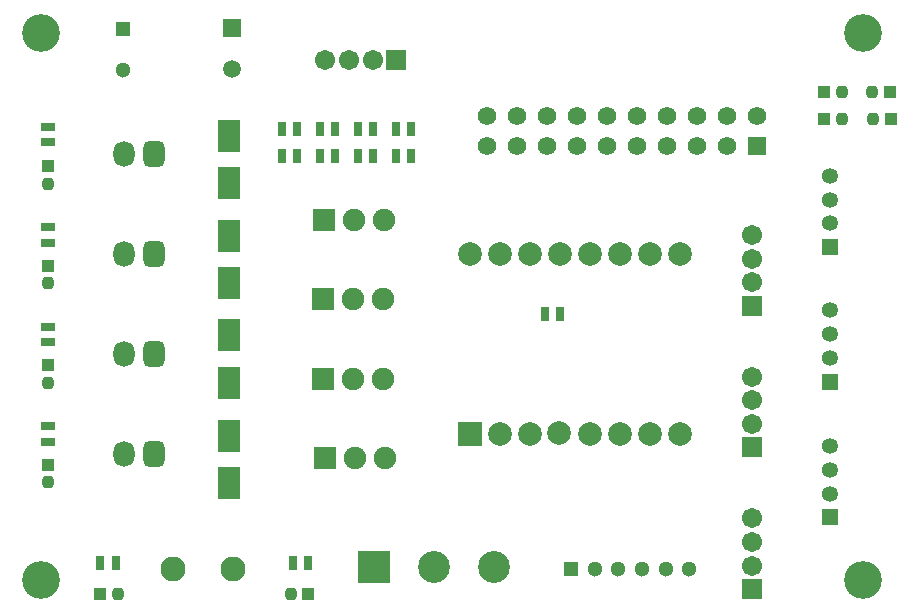
<source format=gts>
G04*
G04 #@! TF.GenerationSoftware,Altium Limited,Altium Designer,20.1.8 (145)*
G04*
G04 Layer_Color=8388736*
%FSLAX25Y25*%
%MOIN*%
G70*
G04*
G04 #@! TF.SameCoordinates,2B98FD46-9CAB-426A-9CBD-916E77886E0C*
G04*
G04*
G04 #@! TF.FilePolarity,Negative*
G04*
G01*
G75*
G04:AMPARAMS|DCode=25|XSize=39.5mil|YSize=39.5mil|CornerRadius=11.87mil|HoleSize=0mil|Usage=FLASHONLY|Rotation=180.000|XOffset=0mil|YOffset=0mil|HoleType=Round|Shape=RoundedRectangle|*
%AMROUNDEDRECTD25*
21,1,0.03950,0.01575,0,0,180.0*
21,1,0.01575,0.03950,0,0,180.0*
1,1,0.02375,-0.00787,0.00787*
1,1,0.02375,0.00787,0.00787*
1,1,0.02375,0.00787,-0.00787*
1,1,0.02375,-0.00787,-0.00787*
%
%ADD25ROUNDEDRECTD25*%
%ADD26R,0.03950X0.03950*%
%ADD27R,0.02769X0.04540*%
%ADD28R,0.07493X0.10642*%
%ADD29R,0.04540X0.02769*%
G04:AMPARAMS|DCode=30|XSize=39.5mil|YSize=39.5mil|CornerRadius=11.87mil|HoleSize=0mil|Usage=FLASHONLY|Rotation=90.000|XOffset=0mil|YOffset=0mil|HoleType=Round|Shape=RoundedRectangle|*
%AMROUNDEDRECTD30*
21,1,0.03950,0.01575,0,0,90.0*
21,1,0.01575,0.03950,0,0,90.0*
1,1,0.02375,0.00787,0.00787*
1,1,0.02375,0.00787,-0.00787*
1,1,0.02375,-0.00787,-0.00787*
1,1,0.02375,-0.00787,0.00787*
%
%ADD30ROUNDEDRECTD30*%
%ADD31R,0.03950X0.03950*%
%ADD32C,0.07887*%
%ADD33R,0.07887X0.07887*%
%ADD34R,0.05328X0.05328*%
%ADD35C,0.05328*%
%ADD36C,0.12611*%
%ADD37C,0.05918*%
%ADD38R,0.05918X0.05918*%
%ADD39C,0.06706*%
%ADD40R,0.06706X0.06706*%
%ADD41R,0.10642X0.10642*%
%ADD42C,0.10642*%
%ADD43C,0.06181*%
%ADD44R,0.06181X0.06181*%
%ADD45R,0.07493X0.07493*%
%ADD46C,0.07493*%
G04:AMPARAMS|DCode=47|XSize=86.74mil|YSize=70.99mil|CornerRadius=19.75mil|HoleSize=0mil|Usage=FLASHONLY|Rotation=270.000|XOffset=0mil|YOffset=0mil|HoleType=Round|Shape=RoundedRectangle|*
%AMROUNDEDRECTD47*
21,1,0.08674,0.03150,0,0,270.0*
21,1,0.04724,0.07099,0,0,270.0*
1,1,0.03950,-0.01575,-0.02362*
1,1,0.03950,-0.01575,0.02362*
1,1,0.03950,0.01575,0.02362*
1,1,0.03950,0.01575,-0.02362*
%
%ADD47ROUNDEDRECTD47*%
%ADD48O,0.07099X0.08674*%
%ADD49R,0.06706X0.06706*%
%ADD50C,0.08280*%
%ADD51C,0.05118*%
%ADD52R,0.05118X0.05118*%
%ADD53R,0.05118X0.05118*%
D25*
X280512Y175984D02*
D03*
Y166929D02*
D03*
X290748D02*
D03*
X290568Y175984D02*
D03*
X39173Y8661D02*
D03*
X96653D02*
D03*
D26*
X274606Y175984D02*
D03*
Y166929D02*
D03*
X296654D02*
D03*
X296473Y175984D02*
D03*
X33268Y8661D02*
D03*
X102559D02*
D03*
D27*
X186417Y101969D02*
D03*
X181299D02*
D03*
X93768Y163625D02*
D03*
X98886D02*
D03*
X98886Y154793D02*
D03*
X93768D02*
D03*
X106410D02*
D03*
X111528D02*
D03*
X111528Y163625D02*
D03*
X106410D02*
D03*
X119051Y154793D02*
D03*
X124169D02*
D03*
X124169Y163625D02*
D03*
X119051D02*
D03*
X131693Y154793D02*
D03*
X136811D02*
D03*
X136811Y163625D02*
D03*
X131693D02*
D03*
X38386Y18898D02*
D03*
X33268D02*
D03*
X102559D02*
D03*
X97441D02*
D03*
D28*
X75984Y161417D02*
D03*
Y145669D02*
D03*
Y61417D02*
D03*
Y45669D02*
D03*
Y79100D02*
D03*
Y94848D02*
D03*
Y112385D02*
D03*
Y128133D02*
D03*
D29*
X15748Y164370D02*
D03*
Y159252D02*
D03*
Y64584D02*
D03*
Y59466D02*
D03*
Y97654D02*
D03*
Y92536D02*
D03*
Y130922D02*
D03*
Y125804D02*
D03*
D30*
Y145473D02*
D03*
Y45866D02*
D03*
Y78937D02*
D03*
Y112205D02*
D03*
D31*
Y151378D02*
D03*
Y51772D02*
D03*
Y84842D02*
D03*
Y118110D02*
D03*
D32*
X186221Y62205D02*
D03*
X226339Y122126D02*
D03*
X216339D02*
D03*
X206339D02*
D03*
X196339D02*
D03*
X186339D02*
D03*
X176339D02*
D03*
X166339D02*
D03*
X156339D02*
D03*
X226339Y62126D02*
D03*
X216339D02*
D03*
X206339D02*
D03*
X196339D02*
D03*
X176339D02*
D03*
X166339D02*
D03*
D33*
X156339D02*
D03*
D34*
X276378Y124331D02*
D03*
Y79452D02*
D03*
X276378Y34191D02*
D03*
D35*
X276378Y132232D02*
D03*
Y140130D02*
D03*
Y148031D02*
D03*
Y87353D02*
D03*
Y95251D02*
D03*
Y103153D02*
D03*
X276378Y42092D02*
D03*
Y49990D02*
D03*
Y57892D02*
D03*
D36*
X287402Y195669D02*
D03*
Y13386D02*
D03*
X13386D02*
D03*
Y195669D02*
D03*
D37*
X76985Y183481D02*
D03*
D38*
Y197261D02*
D03*
D39*
X250394Y81102D02*
D03*
Y65354D02*
D03*
Y73228D02*
D03*
Y128347D02*
D03*
Y112598D02*
D03*
Y120472D02*
D03*
Y33858D02*
D03*
Y18110D02*
D03*
Y25984D02*
D03*
X108268Y186811D02*
D03*
X124016D02*
D03*
X116142D02*
D03*
D40*
X250394Y57480D02*
D03*
Y104724D02*
D03*
Y10236D02*
D03*
D41*
X124488Y17717D02*
D03*
D42*
X144488D02*
D03*
X164488D02*
D03*
D43*
X162284Y168110D02*
D03*
X172283D02*
D03*
X182283D02*
D03*
X192283D02*
D03*
X202284D02*
D03*
X212283D02*
D03*
X222284D02*
D03*
X232283D02*
D03*
X242284D02*
D03*
X252284D02*
D03*
X162284Y158110D02*
D03*
X172283D02*
D03*
X182283D02*
D03*
X192283D02*
D03*
X202284D02*
D03*
X212283D02*
D03*
X222284D02*
D03*
X232283D02*
D03*
X242284D02*
D03*
D44*
X252284D02*
D03*
D45*
X107953Y133465D02*
D03*
X107323Y106955D02*
D03*
X107480Y80446D02*
D03*
X108268Y53937D02*
D03*
D46*
X117953Y133465D02*
D03*
X127953D02*
D03*
X117323Y106955D02*
D03*
X127323D02*
D03*
X117480Y80446D02*
D03*
X127480D02*
D03*
X118268Y53937D02*
D03*
X128268D02*
D03*
D47*
X50984Y155315D02*
D03*
Y55462D02*
D03*
Y88746D02*
D03*
Y122030D02*
D03*
D48*
X41142Y155315D02*
D03*
Y55462D02*
D03*
Y88746D02*
D03*
Y122030D02*
D03*
D49*
X131890Y186811D02*
D03*
D50*
X57583Y16862D02*
D03*
X77583D02*
D03*
D51*
X229528Y16929D02*
D03*
X221654D02*
D03*
X213779D02*
D03*
X205906D02*
D03*
X198031D02*
D03*
X40945Y183268D02*
D03*
D52*
X190157Y16929D02*
D03*
D53*
X40945Y197047D02*
D03*
M02*

</source>
